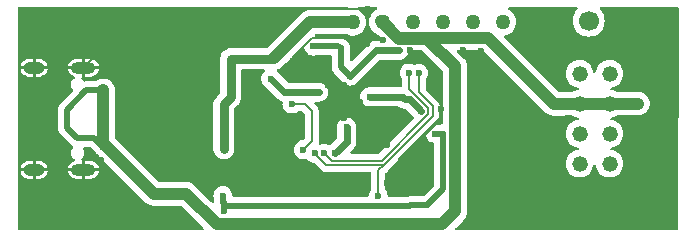
<source format=gbl>
G04 #@! TF.GenerationSoftware,KiCad,Pcbnew,8.0.4*
G04 #@! TF.CreationDate,2024-10-03T21:35:34+02:00*
G04 #@! TF.ProjectId,Midi Stick,4d696469-2053-4746-9963-6b2e6b696361,2.0*
G04 #@! TF.SameCoordinates,Original*
G04 #@! TF.FileFunction,Copper,L2,Bot*
G04 #@! TF.FilePolarity,Positive*
%FSLAX46Y46*%
G04 Gerber Fmt 4.6, Leading zero omitted, Abs format (unit mm)*
G04 Created by KiCad (PCBNEW 8.0.4) date 2024-10-03 21:35:34*
%MOMM*%
%LPD*%
G01*
G04 APERTURE LIST*
G04 #@! TA.AperFunction,ComponentPad*
%ADD10C,1.700000*%
G04 #@! TD*
G04 #@! TA.AperFunction,ComponentPad*
%ADD11C,1.320800*%
G04 #@! TD*
G04 #@! TA.AperFunction,ComponentPad*
%ADD12C,0.600000*%
G04 #@! TD*
G04 #@! TA.AperFunction,ComponentPad*
%ADD13O,2.100000X1.000000*%
G04 #@! TD*
G04 #@! TA.AperFunction,ComponentPad*
%ADD14O,1.800000X1.000000*%
G04 #@! TD*
G04 #@! TA.AperFunction,ViaPad*
%ADD15C,0.600000*%
G04 #@! TD*
G04 #@! TA.AperFunction,ViaPad*
%ADD16C,1.270000*%
G04 #@! TD*
G04 #@! TA.AperFunction,Conductor*
%ADD17C,0.300000*%
G04 #@! TD*
G04 #@! TA.AperFunction,Conductor*
%ADD18C,0.200000*%
G04 #@! TD*
G04 #@! TA.AperFunction,Conductor*
%ADD19C,0.500000*%
G04 #@! TD*
G04 #@! TA.AperFunction,Conductor*
%ADD20C,1.000000*%
G04 #@! TD*
G04 #@! TA.AperFunction,Conductor*
%ADD21C,0.750000*%
G04 #@! TD*
G04 #@! TA.AperFunction,Conductor*
%ADD22C,0.175000*%
G04 #@! TD*
G04 #@! TA.AperFunction,Conductor*
%ADD23C,0.600000*%
G04 #@! TD*
G04 APERTURE END LIST*
D10*
X124782600Y-55402600D03*
D11*
X124010100Y-59892485D03*
X124010100Y-62432485D03*
X124010100Y-64972485D03*
X124010100Y-67512485D03*
X126550100Y-67512485D03*
X126550100Y-64972485D03*
X126550100Y-62432485D03*
X126550100Y-59892485D03*
D12*
X102707600Y-63627600D03*
X104082600Y-63627600D03*
X105457600Y-63627600D03*
X102707600Y-62252600D03*
X104082600Y-62252600D03*
X105457600Y-62252600D03*
X102707600Y-60877600D03*
X104082600Y-60877600D03*
X105457600Y-60877600D03*
D13*
X82007600Y-59376714D03*
D14*
X77827600Y-59376714D03*
D13*
X82007600Y-68016714D03*
D14*
X77827600Y-68016714D03*
D15*
X118982600Y-56727600D03*
X116832600Y-71227600D03*
X130957600Y-65627600D03*
X99407600Y-70027600D03*
X121457600Y-65752600D03*
X121732600Y-57502600D03*
X105232600Y-57402600D03*
X79157600Y-65377600D03*
X114932600Y-65702600D03*
X77332600Y-69902600D03*
X115932600Y-61177600D03*
X112307600Y-62877600D03*
X118332600Y-65527600D03*
X89457600Y-60902600D03*
X128882600Y-64602600D03*
X77257600Y-63802600D03*
X109687600Y-57927600D03*
X99732600Y-58852600D03*
X122657600Y-60777600D03*
X112032600Y-59827600D03*
X97757600Y-70002600D03*
D16*
X120042600Y-55502600D03*
D15*
X90157600Y-71377600D03*
X95657600Y-60627600D03*
X118907600Y-54552600D03*
X89332600Y-72152600D03*
X83532600Y-67202600D03*
X77532600Y-61252600D03*
X109557600Y-58827600D03*
X90332600Y-66752600D03*
X80032600Y-71352600D03*
X118382600Y-67327600D03*
X108857600Y-64077600D03*
X97757600Y-68277600D03*
X110332600Y-58202600D03*
X77532600Y-62577600D03*
X115507600Y-63027600D03*
X88432600Y-66752600D03*
X106082600Y-54377600D03*
X127757600Y-57127600D03*
X122407600Y-55527600D03*
X129207600Y-67677600D03*
X80707600Y-60102600D03*
X108732600Y-60452600D03*
X115682600Y-57952600D03*
X107357600Y-57077600D03*
X88207600Y-71427600D03*
X129182600Y-70877600D03*
X89407600Y-65002600D03*
X129132600Y-59227600D03*
X96882600Y-56552600D03*
X96157600Y-59827600D03*
X95507600Y-64252600D03*
X84882600Y-60427600D03*
X90132600Y-62327600D03*
X84582600Y-68802600D03*
X83682600Y-59952600D03*
X76957600Y-56202600D03*
X126232599Y-54540947D03*
X80357600Y-68952600D03*
X111385759Y-67390100D03*
X92182600Y-65202600D03*
X82682600Y-70677600D03*
X131332600Y-69252600D03*
X79282600Y-56177600D03*
X108082600Y-68402600D03*
X115557600Y-68677600D03*
X107732600Y-69177600D03*
X118832600Y-71202600D03*
X88732600Y-62327600D03*
X126882600Y-69602600D03*
X80732600Y-67077600D03*
X105982600Y-57402600D03*
X86157600Y-54902600D03*
X101057600Y-70077600D03*
X114107600Y-57877600D03*
X97257600Y-66677600D03*
X77132600Y-72477600D03*
X110082600Y-68302600D03*
X111432600Y-65952600D03*
X78407600Y-66227600D03*
X99407600Y-68277600D03*
X80182600Y-67902600D03*
X108782600Y-67877600D03*
X112032600Y-60527600D03*
X85132600Y-63692600D03*
X92707600Y-60877600D03*
X121057600Y-68127600D03*
X109382600Y-63602600D03*
X81432600Y-69177600D03*
X96457600Y-63302600D03*
X98082600Y-56602600D03*
X85782600Y-63692600D03*
X123382600Y-69527600D03*
X87307600Y-55927600D03*
X107707600Y-65902600D03*
X130982600Y-57302600D03*
X101457600Y-68252600D03*
X117207600Y-62652600D03*
X131032600Y-60577600D03*
X121632600Y-54602600D03*
X121432600Y-64077600D03*
X83682600Y-61302600D03*
D16*
X107332600Y-55502600D03*
D15*
X128132600Y-62427600D03*
X121837485Y-62432485D03*
X122707600Y-62432485D03*
X83682600Y-66102600D03*
X128932600Y-62427600D03*
X93882600Y-71552600D03*
X100632600Y-66327600D03*
X93882600Y-70877600D03*
X94397600Y-61967600D03*
X94457600Y-59952600D03*
X111107600Y-71002600D03*
X93882600Y-65602600D03*
X93807600Y-70227600D03*
X93882600Y-66252600D03*
X98102600Y-58577600D03*
X111782600Y-64977600D03*
X93882600Y-64952600D03*
X112482603Y-64977600D03*
D16*
X104807600Y-55527600D03*
D15*
X99657600Y-62452600D03*
X101482600Y-57552600D03*
X104570370Y-60103100D03*
X110620100Y-63065100D03*
X108727600Y-57927600D03*
X103307600Y-66642600D03*
X103782600Y-57752600D03*
X106232100Y-61852600D03*
X104282600Y-64402100D03*
X97858856Y-60302386D03*
X109273026Y-62068026D03*
X101933100Y-61452600D03*
D16*
X114962600Y-55502600D03*
X117502600Y-55502600D03*
D15*
X106957600Y-70227600D03*
D16*
X109882600Y-55502600D03*
D15*
X101598450Y-66642600D03*
X110382600Y-59852600D03*
X102398295Y-66626736D03*
X109583014Y-59826807D03*
D16*
X112422600Y-55502600D03*
D17*
X112307600Y-63621749D02*
X108782600Y-67146749D01*
D18*
X105332600Y-54402600D02*
X100282600Y-54402600D01*
X105232600Y-57402600D02*
X106032600Y-56602600D01*
X82007600Y-59376714D02*
X87043837Y-54340477D01*
X95820477Y-54340477D02*
X98082600Y-56602600D01*
X104682600Y-56852600D02*
X101334071Y-56852600D01*
D17*
X112307600Y-62877600D02*
X112307600Y-63621749D01*
D18*
X87043837Y-54340477D02*
X95820477Y-54340477D01*
X100282600Y-54402600D02*
X98082600Y-56602600D01*
X105232600Y-57402600D02*
X104682600Y-56852600D01*
D17*
X108782600Y-67146749D02*
X108782600Y-67877600D01*
D18*
X101334071Y-56852600D02*
X99732600Y-58454071D01*
X106032600Y-56602600D02*
X106032600Y-55102600D01*
X106032600Y-55102600D02*
X105332600Y-54402600D01*
X99732600Y-58454071D02*
X99732600Y-58852600D01*
D19*
X82232600Y-61302600D02*
X83682600Y-61302600D01*
X82932600Y-65352600D02*
X81482600Y-65352600D01*
D20*
X113482603Y-59283389D02*
X113482603Y-71552514D01*
X116250600Y-56845600D02*
X121837485Y-62432485D01*
X87968386Y-70052600D02*
X83682600Y-65766814D01*
X121837485Y-62432485D02*
X122707600Y-62432485D01*
D19*
X80582600Y-64452600D02*
X80582600Y-62952600D01*
D20*
X90696814Y-70052600D02*
X87968386Y-70052600D01*
X116250600Y-56845600D02*
X108675600Y-56845600D01*
X107332600Y-55502600D02*
X108757600Y-56927600D01*
X122712485Y-62427600D02*
X122707600Y-62432485D01*
D19*
X83682600Y-66102600D02*
X82932600Y-65352600D01*
X81482600Y-65352600D02*
X80582600Y-64452600D01*
D20*
X128932600Y-62427600D02*
X122712485Y-62427600D01*
X111126814Y-56927600D02*
X113482603Y-59283389D01*
X112382600Y-72652517D02*
X112308927Y-72652517D01*
D19*
X80582600Y-62952600D02*
X82232600Y-61302600D01*
D20*
X93296654Y-72652440D02*
X90696814Y-70052600D01*
X108675600Y-56845600D02*
X107232600Y-55402600D01*
X83682600Y-65766814D02*
X83682600Y-61302600D01*
X112308927Y-72652517D02*
X93296654Y-72652440D01*
X108757600Y-56927600D02*
X111126814Y-56927600D01*
X113482603Y-71552514D02*
X112382600Y-72652517D01*
D21*
X93882600Y-66252600D02*
X93882600Y-65602600D01*
X94457600Y-59952600D02*
X94457600Y-61907600D01*
D20*
X104807600Y-55527600D02*
X101152600Y-55527600D01*
D21*
X94457600Y-58627600D02*
X94457600Y-59952600D01*
X93882600Y-64952600D02*
X93882600Y-62482600D01*
X94457600Y-61907600D02*
X94397600Y-61967600D01*
D19*
X93807600Y-70227600D02*
X93807600Y-70802600D01*
D22*
X101357600Y-63077600D02*
X100732600Y-62452600D01*
D19*
X112457600Y-69652600D02*
X111107600Y-71002600D01*
D22*
X100732600Y-62452600D02*
X99657600Y-62452600D01*
D19*
X93882600Y-70877600D02*
X93882600Y-71552600D01*
X111082600Y-71027600D02*
X111107600Y-71002600D01*
X109657600Y-71027600D02*
X109632600Y-71052600D01*
X93807600Y-70802600D02*
X93882600Y-70877600D01*
X112482603Y-64977600D02*
X112457600Y-65002603D01*
D21*
X98052600Y-58627600D02*
X94457600Y-58627600D01*
X93882600Y-65602600D02*
X93882600Y-64952600D01*
D19*
X109632600Y-71052600D02*
X94057600Y-71052600D01*
D22*
X100632600Y-66327600D02*
X101357600Y-65602600D01*
D20*
X98357207Y-58322993D02*
X98102600Y-58577600D01*
D19*
X109657600Y-71027600D02*
X111082600Y-71027600D01*
D21*
X98102600Y-58577600D02*
X98052600Y-58627600D01*
D22*
X101357600Y-65602600D02*
X101357600Y-63077600D01*
D19*
X94057600Y-71052600D02*
X93882600Y-70877600D01*
X111782600Y-64977600D02*
X112482603Y-64977600D01*
D20*
X101152600Y-55527600D02*
X98357207Y-58322993D01*
D19*
X112457600Y-65002603D02*
X112457600Y-69652600D01*
D21*
X93882600Y-62482600D02*
X94397600Y-61967600D01*
D19*
X104558100Y-60103100D02*
X103782600Y-59327600D01*
D23*
X106745870Y-57927600D02*
X104582600Y-60090870D01*
D19*
X103582600Y-57552600D02*
X103782600Y-57752600D01*
D23*
X108727600Y-57927600D02*
X106745870Y-57927600D01*
X97858856Y-60302386D02*
X99009070Y-61452600D01*
D19*
X103782600Y-59327600D02*
X103782600Y-57752600D01*
D23*
X103307600Y-66642600D02*
X104282600Y-65667600D01*
X109057600Y-61852600D02*
X106232100Y-61852600D01*
X109273026Y-62068026D02*
X109057600Y-61852600D01*
X109273026Y-62068026D02*
X109623026Y-62068026D01*
D19*
X101482600Y-57552600D02*
X103582600Y-57552600D01*
D23*
X104282600Y-65667600D02*
X104282600Y-64402100D01*
X109623026Y-62068026D02*
X110620100Y-63065100D01*
X99009070Y-61452600D02*
X101933100Y-61452600D01*
D19*
X104570370Y-60103100D02*
X104558100Y-60103100D01*
D22*
X110382600Y-61466420D02*
X111582599Y-62666419D01*
X107418780Y-67627600D02*
X111582599Y-63463781D01*
X107418780Y-67627600D02*
X102568308Y-67627600D01*
X110382600Y-59852600D02*
X110382600Y-61466420D01*
X111582599Y-62666419D02*
X111582599Y-63463781D01*
X107418780Y-67627600D02*
X106957600Y-68088780D01*
X102568308Y-67627600D02*
X101598450Y-66657742D01*
X106957600Y-68088780D02*
X106957600Y-70227600D01*
X101598450Y-66657742D02*
X101598450Y-66642600D01*
X109607600Y-61221750D02*
X111207599Y-62821749D01*
X109607600Y-59827600D02*
X109607600Y-61221750D01*
X110857601Y-63652599D02*
X107257600Y-67252600D01*
X107257600Y-67252600D02*
X103024159Y-67252600D01*
X111207599Y-63308451D02*
X110863451Y-63652599D01*
X111207599Y-62821749D02*
X111207599Y-63308451D01*
X110863451Y-63652599D02*
X110857601Y-63652599D01*
X103024159Y-67252600D02*
X102398295Y-66626736D01*
G04 #@! TA.AperFunction,Conductor*
G36*
X123734539Y-54241404D02*
G01*
X123801578Y-54261090D01*
X123847332Y-54313894D01*
X123857275Y-54383053D01*
X123828249Y-54446608D01*
X123822218Y-54453085D01*
X123744105Y-54531197D01*
X123608565Y-54724769D01*
X123608564Y-54724771D01*
X123508698Y-54938935D01*
X123508694Y-54938944D01*
X123447538Y-55167186D01*
X123447536Y-55167196D01*
X123426941Y-55402599D01*
X123426941Y-55402600D01*
X123447536Y-55638003D01*
X123447538Y-55638013D01*
X123508694Y-55866255D01*
X123508696Y-55866259D01*
X123508697Y-55866263D01*
X123608565Y-56080430D01*
X123608567Y-56080434D01*
X123641821Y-56127925D01*
X123744105Y-56274001D01*
X123911199Y-56441095D01*
X124007984Y-56508865D01*
X124104765Y-56576632D01*
X124104767Y-56576633D01*
X124104770Y-56576635D01*
X124318937Y-56676503D01*
X124547192Y-56737663D01*
X124735518Y-56754139D01*
X124782599Y-56758259D01*
X124782600Y-56758259D01*
X124782601Y-56758259D01*
X124821834Y-56754826D01*
X125018008Y-56737663D01*
X125246263Y-56676503D01*
X125460430Y-56576635D01*
X125654001Y-56441095D01*
X125821095Y-56274001D01*
X125956635Y-56080430D01*
X126056503Y-55866263D01*
X126117663Y-55638008D01*
X126138259Y-55402600D01*
X126117663Y-55167192D01*
X126056503Y-54938937D01*
X125956635Y-54724771D01*
X125897955Y-54640966D01*
X125821094Y-54531197D01*
X125743017Y-54453120D01*
X125709532Y-54391797D01*
X125714516Y-54322105D01*
X125756388Y-54266172D01*
X125821852Y-54241755D01*
X125830674Y-54241439D01*
X132265384Y-54241547D01*
X132332420Y-54261233D01*
X132378174Y-54314037D01*
X132389379Y-54365594D01*
X132382334Y-73028143D01*
X132362624Y-73095175D01*
X132309803Y-73140910D01*
X132258334Y-73152096D01*
X113597376Y-73152021D01*
X113530336Y-73132336D01*
X113484581Y-73079532D01*
X113474638Y-73010373D01*
X113503663Y-72946818D01*
X113509681Y-72940354D01*
X114120381Y-72329655D01*
X114120385Y-72329653D01*
X114259742Y-72190296D01*
X114369235Y-72026428D01*
X114431800Y-71875381D01*
X114444654Y-71844350D01*
X114468542Y-71724258D01*
X114482912Y-71652015D01*
X114483103Y-71651057D01*
X114483103Y-59184845D01*
X114461670Y-59077100D01*
X114444654Y-58991553D01*
X114399679Y-58882974D01*
X114385540Y-58848838D01*
X114369238Y-58809481D01*
X114369236Y-58809477D01*
X114369235Y-58809475D01*
X114287022Y-58686435D01*
X114259743Y-58645608D01*
X113671916Y-58057781D01*
X113638431Y-57996458D01*
X113643415Y-57926766D01*
X113685287Y-57870833D01*
X113750751Y-57846416D01*
X113759597Y-57846100D01*
X115784818Y-57846100D01*
X115851857Y-57865785D01*
X115872499Y-57882419D01*
X121199700Y-63209622D01*
X121199704Y-63209625D01*
X121363564Y-63319113D01*
X121363570Y-63319116D01*
X121363571Y-63319117D01*
X121545650Y-63394537D01*
X121714382Y-63428100D01*
X121738940Y-63432985D01*
X121738943Y-63432986D01*
X121738945Y-63432986D01*
X121942140Y-63432986D01*
X121942160Y-63432985D01*
X122806141Y-63432985D01*
X122818720Y-63430482D01*
X122842912Y-63428100D01*
X123377570Y-63428100D01*
X123442848Y-63446673D01*
X123490426Y-63476132D01*
X123691044Y-63553852D01*
X123834115Y-63580596D01*
X123896395Y-63612264D01*
X123931668Y-63672577D01*
X123928734Y-63742385D01*
X123888525Y-63799525D01*
X123834115Y-63824373D01*
X123691044Y-63851118D01*
X123565291Y-63899835D01*
X123490428Y-63928837D01*
X123490427Y-63928837D01*
X123307502Y-64042099D01*
X123148514Y-64187035D01*
X123148507Y-64187043D01*
X123018860Y-64358724D01*
X123018851Y-64358738D01*
X122922960Y-64551312D01*
X122922955Y-64551325D01*
X122864077Y-64758256D01*
X122844227Y-64972484D01*
X122844227Y-64972485D01*
X122864077Y-65186713D01*
X122922955Y-65393644D01*
X122922960Y-65393657D01*
X123018851Y-65586231D01*
X123018853Y-65586234D01*
X123018855Y-65586238D01*
X123148509Y-65757929D01*
X123148512Y-65757931D01*
X123148514Y-65757934D01*
X123307502Y-65902870D01*
X123307504Y-65902871D01*
X123307505Y-65902872D01*
X123490426Y-66016132D01*
X123691044Y-66093852D01*
X123834115Y-66120596D01*
X123896395Y-66152264D01*
X123931668Y-66212577D01*
X123928734Y-66282385D01*
X123888525Y-66339525D01*
X123834115Y-66364373D01*
X123691044Y-66391118D01*
X123564175Y-66440267D01*
X123490428Y-66468837D01*
X123490427Y-66468837D01*
X123307502Y-66582099D01*
X123148514Y-66727035D01*
X123148507Y-66727043D01*
X123018860Y-66898724D01*
X123018851Y-66898738D01*
X122922960Y-67091312D01*
X122922955Y-67091325D01*
X122864077Y-67298256D01*
X122844227Y-67512484D01*
X122844227Y-67512485D01*
X122864077Y-67726713D01*
X122922955Y-67933644D01*
X122922960Y-67933657D01*
X123018851Y-68126231D01*
X123018853Y-68126234D01*
X123018855Y-68126238D01*
X123018858Y-68126242D01*
X123018860Y-68126245D01*
X123075251Y-68200919D01*
X123148509Y-68297929D01*
X123148512Y-68297931D01*
X123148514Y-68297934D01*
X123307502Y-68442870D01*
X123307504Y-68442871D01*
X123307505Y-68442872D01*
X123490426Y-68556132D01*
X123691044Y-68633852D01*
X123902527Y-68673385D01*
X123902529Y-68673385D01*
X124117671Y-68673385D01*
X124117673Y-68673385D01*
X124329156Y-68633852D01*
X124529774Y-68556132D01*
X124712695Y-68442872D01*
X124871691Y-68297929D01*
X125001345Y-68126238D01*
X125097244Y-67933647D01*
X125156122Y-67726714D01*
X125156629Y-67721243D01*
X125182415Y-67656305D01*
X125239215Y-67615617D01*
X125308996Y-67612097D01*
X125369603Y-67646862D01*
X125401793Y-67708874D01*
X125403571Y-67721243D01*
X125404077Y-67726712D01*
X125462955Y-67933644D01*
X125462960Y-67933657D01*
X125558851Y-68126231D01*
X125558853Y-68126234D01*
X125558855Y-68126238D01*
X125558858Y-68126242D01*
X125558860Y-68126245D01*
X125615251Y-68200919D01*
X125688509Y-68297929D01*
X125688512Y-68297931D01*
X125688514Y-68297934D01*
X125847502Y-68442870D01*
X125847504Y-68442871D01*
X125847505Y-68442872D01*
X126030426Y-68556132D01*
X126231044Y-68633852D01*
X126442527Y-68673385D01*
X126442529Y-68673385D01*
X126657671Y-68673385D01*
X126657673Y-68673385D01*
X126869156Y-68633852D01*
X127069774Y-68556132D01*
X127252695Y-68442872D01*
X127411691Y-68297929D01*
X127541345Y-68126238D01*
X127637244Y-67933647D01*
X127696122Y-67726714D01*
X127715973Y-67512485D01*
X127696122Y-67298256D01*
X127637244Y-67091323D01*
X127618746Y-67054175D01*
X127541348Y-66898738D01*
X127541347Y-66898737D01*
X127541345Y-66898732D01*
X127411691Y-66727041D01*
X127411687Y-66727037D01*
X127411685Y-66727035D01*
X127252697Y-66582099D01*
X127212911Y-66557464D01*
X127069774Y-66468838D01*
X126869156Y-66391118D01*
X126726083Y-66364373D01*
X126663804Y-66332706D01*
X126628531Y-66272393D01*
X126631465Y-66202585D01*
X126671674Y-66145445D01*
X126726082Y-66120596D01*
X126869156Y-66093852D01*
X127069774Y-66016132D01*
X127252695Y-65902872D01*
X127411691Y-65757929D01*
X127541345Y-65586238D01*
X127637244Y-65393647D01*
X127696122Y-65186714D01*
X127715973Y-64972485D01*
X127696122Y-64758256D01*
X127637244Y-64551323D01*
X127600783Y-64478100D01*
X127541348Y-64358738D01*
X127541347Y-64358737D01*
X127541345Y-64358732D01*
X127411691Y-64187041D01*
X127411687Y-64187037D01*
X127411685Y-64187035D01*
X127252697Y-64042099D01*
X127212911Y-64017464D01*
X127069774Y-63928838D01*
X126869156Y-63851118D01*
X126726083Y-63824373D01*
X126663804Y-63792706D01*
X126628531Y-63732393D01*
X126631465Y-63662585D01*
X126671674Y-63605445D01*
X126726082Y-63580596D01*
X126869156Y-63553852D01*
X127069774Y-63476132D01*
X127117352Y-63446673D01*
X127182630Y-63428100D01*
X129031143Y-63428100D01*
X129161182Y-63402232D01*
X129224435Y-63389651D01*
X129365255Y-63331321D01*
X129406507Y-63314235D01*
X129406507Y-63314234D01*
X129406514Y-63314232D01*
X129570382Y-63204739D01*
X129709739Y-63065382D01*
X129819232Y-62901514D01*
X129820365Y-62898780D01*
X129866533Y-62787319D01*
X129894651Y-62719435D01*
X129913965Y-62622337D01*
X129933100Y-62526143D01*
X129933100Y-62329056D01*
X129894652Y-62135770D01*
X129894651Y-62135769D01*
X129894651Y-62135765D01*
X129869229Y-62074390D01*
X129819235Y-61953692D01*
X129819228Y-61953679D01*
X129709739Y-61789818D01*
X129709736Y-61789814D01*
X129570385Y-61650463D01*
X129570381Y-61650460D01*
X129406520Y-61540971D01*
X129406507Y-61540964D01*
X129224439Y-61465550D01*
X129224429Y-61465547D01*
X129031143Y-61427100D01*
X129031141Y-61427100D01*
X127166851Y-61427100D01*
X127101573Y-61408527D01*
X127069775Y-61388838D01*
X127069773Y-61388837D01*
X126981191Y-61354520D01*
X126869156Y-61311118D01*
X126726083Y-61284373D01*
X126663804Y-61252706D01*
X126628531Y-61192393D01*
X126631465Y-61122585D01*
X126671674Y-61065445D01*
X126726082Y-61040596D01*
X126869156Y-61013852D01*
X127069774Y-60936132D01*
X127252695Y-60822872D01*
X127411691Y-60677929D01*
X127541345Y-60506238D01*
X127637244Y-60313647D01*
X127696122Y-60106714D01*
X127715973Y-59892485D01*
X127712277Y-59852603D01*
X127696122Y-59678256D01*
X127662492Y-59560061D01*
X127637244Y-59471323D01*
X127633714Y-59464234D01*
X127541348Y-59278738D01*
X127541347Y-59278737D01*
X127541345Y-59278732D01*
X127411691Y-59107041D01*
X127411687Y-59107037D01*
X127411685Y-59107035D01*
X127252697Y-58962099D01*
X127146051Y-58896067D01*
X127069774Y-58848838D01*
X126869156Y-58771118D01*
X126657673Y-58731585D01*
X126442527Y-58731585D01*
X126231044Y-58771118D01*
X126132018Y-58809481D01*
X126030428Y-58848837D01*
X126030427Y-58848837D01*
X125847502Y-58962099D01*
X125688514Y-59107035D01*
X125688507Y-59107043D01*
X125558860Y-59278724D01*
X125558851Y-59278738D01*
X125462960Y-59471312D01*
X125462955Y-59471325D01*
X125404078Y-59678256D01*
X125403571Y-59683728D01*
X125377785Y-59748665D01*
X125320984Y-59789352D01*
X125251203Y-59792872D01*
X125190597Y-59758107D01*
X125158407Y-59696094D01*
X125156629Y-59683728D01*
X125156570Y-59683093D01*
X125156122Y-59678256D01*
X125097244Y-59471323D01*
X125093714Y-59464234D01*
X125001348Y-59278738D01*
X125001347Y-59278737D01*
X125001345Y-59278732D01*
X124871691Y-59107041D01*
X124871687Y-59107037D01*
X124871685Y-59107035D01*
X124712697Y-58962099D01*
X124606051Y-58896067D01*
X124529774Y-58848838D01*
X124329156Y-58771118D01*
X124117673Y-58731585D01*
X123902527Y-58731585D01*
X123691044Y-58771118D01*
X123592018Y-58809481D01*
X123490428Y-58848837D01*
X123490427Y-58848837D01*
X123307502Y-58962099D01*
X123148514Y-59107035D01*
X123148507Y-59107043D01*
X123018860Y-59278724D01*
X123018851Y-59278738D01*
X122922960Y-59471312D01*
X122922955Y-59471325D01*
X122864077Y-59678256D01*
X122844227Y-59892484D01*
X122844227Y-59892485D01*
X122864077Y-60106713D01*
X122922955Y-60313644D01*
X122922960Y-60313657D01*
X123018851Y-60506231D01*
X123018853Y-60506234D01*
X123018855Y-60506238D01*
X123018858Y-60506242D01*
X123018860Y-60506245D01*
X123052858Y-60551266D01*
X123148509Y-60677929D01*
X123148512Y-60677931D01*
X123148514Y-60677934D01*
X123307502Y-60822870D01*
X123307504Y-60822871D01*
X123307505Y-60822872D01*
X123490426Y-60936132D01*
X123691044Y-61013852D01*
X123834115Y-61040596D01*
X123896395Y-61072264D01*
X123931668Y-61132577D01*
X123928734Y-61202385D01*
X123888525Y-61259525D01*
X123834115Y-61284373D01*
X123691044Y-61311118D01*
X123657041Y-61324291D01*
X123490426Y-61388837D01*
X123490424Y-61388838D01*
X123458627Y-61408527D01*
X123393349Y-61427100D01*
X122811025Y-61427100D01*
X122613944Y-61427100D01*
X122601364Y-61429602D01*
X122577173Y-61431985D01*
X122303268Y-61431985D01*
X122236229Y-61412300D01*
X122215587Y-61395666D01*
X119940380Y-59120459D01*
X117647954Y-56828034D01*
X117614470Y-56766712D01*
X117619454Y-56697020D01*
X117661326Y-56641087D01*
X117712847Y-56618467D01*
X117814676Y-56599432D01*
X118010904Y-56523413D01*
X118189823Y-56412631D01*
X118345340Y-56270859D01*
X118472158Y-56102925D01*
X118565959Y-55914547D01*
X118623548Y-55712142D01*
X118642965Y-55502600D01*
X118623548Y-55293058D01*
X118565959Y-55090653D01*
X118472158Y-54902275D01*
X118345340Y-54734341D01*
X118189823Y-54592569D01*
X118189821Y-54592567D01*
X118010907Y-54481788D01*
X118010892Y-54481781D01*
X118008700Y-54480932D01*
X118007804Y-54480243D01*
X118005767Y-54479229D01*
X118005965Y-54478830D01*
X117953301Y-54438357D01*
X117929714Y-54372589D01*
X117945428Y-54304509D01*
X117995455Y-54255733D01*
X118053500Y-54241308D01*
X123734539Y-54241404D01*
G37*
G04 #@! TD.AperFunction*
G04 #@! TA.AperFunction,Conductor*
G36*
X104321832Y-54241077D02*
G01*
X104388870Y-54260763D01*
X104434624Y-54313567D01*
X104444567Y-54382726D01*
X104415541Y-54446281D01*
X104366623Y-54480703D01*
X104299307Y-54506781D01*
X104299293Y-54506788D01*
X104296489Y-54508525D01*
X104294896Y-54508978D01*
X104294170Y-54509340D01*
X104294102Y-54509204D01*
X104231209Y-54527100D01*
X101054054Y-54527100D01*
X101021991Y-54533476D01*
X101021992Y-54533477D01*
X100860770Y-54565546D01*
X100860764Y-54565548D01*
X100678688Y-54640966D01*
X100678679Y-54640971D01*
X100514819Y-54750459D01*
X100514815Y-54750462D01*
X97719428Y-57545851D01*
X97719426Y-57545853D01*
X97549499Y-57715781D01*
X97488176Y-57749266D01*
X97461818Y-57752100D01*
X94371368Y-57752100D01*
X94202233Y-57785743D01*
X94202221Y-57785746D01*
X94042901Y-57851738D01*
X94042888Y-57851745D01*
X93899501Y-57947554D01*
X93899497Y-57947557D01*
X93777557Y-58069497D01*
X93777554Y-58069501D01*
X93681745Y-58212888D01*
X93681738Y-58212901D01*
X93615746Y-58372221D01*
X93615743Y-58372233D01*
X93582100Y-58541366D01*
X93582100Y-61493594D01*
X93562415Y-61560633D01*
X93545781Y-61581275D01*
X93324501Y-61802555D01*
X93274458Y-61852598D01*
X93202553Y-61924502D01*
X93106745Y-62067888D01*
X93106738Y-62067901D01*
X93040746Y-62227221D01*
X93040743Y-62227233D01*
X93007100Y-62396366D01*
X93007100Y-66338833D01*
X93040743Y-66507966D01*
X93040746Y-66507978D01*
X93106738Y-66667298D01*
X93106745Y-66667311D01*
X93202554Y-66810698D01*
X93202557Y-66810702D01*
X93324497Y-66932642D01*
X93324501Y-66932645D01*
X93467888Y-67028454D01*
X93467901Y-67028461D01*
X93627221Y-67094453D01*
X93627226Y-67094455D01*
X93796366Y-67128099D01*
X93796369Y-67128100D01*
X93796371Y-67128100D01*
X93968831Y-67128100D01*
X93968832Y-67128099D01*
X94137974Y-67094455D01*
X94297305Y-67028458D01*
X94440699Y-66932645D01*
X94562645Y-66810699D01*
X94658458Y-66667305D01*
X94659579Y-66664600D01*
X94693752Y-66582098D01*
X94724455Y-66507974D01*
X94758100Y-66338829D01*
X94758100Y-65516371D01*
X94758100Y-64866371D01*
X94758100Y-62896606D01*
X94777785Y-62829567D01*
X94794419Y-62808925D01*
X95077645Y-62525699D01*
X95137645Y-62465699D01*
X95233458Y-62322305D01*
X95299455Y-62162974D01*
X95333100Y-61993829D01*
X95333100Y-61821371D01*
X95333100Y-59866371D01*
X95333100Y-59627100D01*
X95352785Y-59560061D01*
X95405589Y-59514306D01*
X95457100Y-59503100D01*
X97226702Y-59503100D01*
X97293741Y-59522785D01*
X97339496Y-59575589D01*
X97349440Y-59644747D01*
X97320415Y-59708303D01*
X97314383Y-59714781D01*
X97229042Y-59800121D01*
X97229036Y-59800128D01*
X97187948Y-59865518D01*
X97186060Y-59868433D01*
X97149460Y-59923210D01*
X97149456Y-59923218D01*
X97149122Y-59924025D01*
X97139569Y-59942513D01*
X97133068Y-59952860D01*
X97133066Y-59952863D01*
X97111838Y-60013526D01*
X97109360Y-60020017D01*
X97089120Y-60068882D01*
X97089119Y-60068888D01*
X97086406Y-60082526D01*
X97081831Y-60099284D01*
X97073490Y-60123121D01*
X97073488Y-60123128D01*
X97067746Y-60174082D01*
X97066144Y-60184380D01*
X97058356Y-60223538D01*
X97058356Y-60250471D01*
X97057576Y-60264354D01*
X97053291Y-60302386D01*
X97056297Y-60329069D01*
X97057576Y-60340415D01*
X97058356Y-60354300D01*
X97058356Y-60381230D01*
X97066144Y-60420389D01*
X97067746Y-60430689D01*
X97073488Y-60481638D01*
X97073489Y-60481646D01*
X97081832Y-60505490D01*
X97086406Y-60522246D01*
X97089118Y-60535882D01*
X97109365Y-60584763D01*
X97111842Y-60591253D01*
X97132861Y-60651320D01*
X97133068Y-60651910D01*
X97139565Y-60662251D01*
X97149124Y-60680751D01*
X97149459Y-60681559D01*
X97149461Y-60681565D01*
X97186079Y-60736368D01*
X97187970Y-60739286D01*
X97229036Y-60804643D01*
X97229038Y-60804646D01*
X97229040Y-60804648D01*
X97237067Y-60812675D01*
X98387281Y-61962889D01*
X98456244Y-62031852D01*
X98498782Y-62074390D01*
X98629887Y-62161992D01*
X98629889Y-62161992D01*
X98629891Y-62161994D01*
X98765721Y-62218256D01*
X98775573Y-62222337D01*
X98775579Y-62222338D01*
X98775811Y-62222409D01*
X98775920Y-62222480D01*
X98781205Y-62224670D01*
X98780789Y-62225671D01*
X98834250Y-62260707D01*
X98862706Y-62324519D01*
X98863036Y-62354953D01*
X98852035Y-62452595D01*
X98852035Y-62452603D01*
X98872230Y-62631849D01*
X98872231Y-62631854D01*
X98931811Y-62802123D01*
X98975223Y-62871212D01*
X99027784Y-62954862D01*
X99155338Y-63082416D01*
X99308078Y-63178389D01*
X99447423Y-63227148D01*
X99478345Y-63237968D01*
X99478350Y-63237969D01*
X99657596Y-63258165D01*
X99657600Y-63258165D01*
X99657604Y-63258165D01*
X99836849Y-63237969D01*
X99836852Y-63237968D01*
X99836855Y-63237968D01*
X100007122Y-63178389D01*
X100159862Y-63082416D01*
X100165359Y-63076919D01*
X100226682Y-63043434D01*
X100253040Y-63040600D01*
X100437681Y-63040600D01*
X100504720Y-63060285D01*
X100525362Y-63076919D01*
X100733281Y-63284838D01*
X100766766Y-63346161D01*
X100769600Y-63372519D01*
X100769600Y-65307679D01*
X100749915Y-65374718D01*
X100733281Y-65395360D01*
X100633987Y-65494654D01*
X100572664Y-65528139D01*
X100560189Y-65530193D01*
X100453350Y-65542230D01*
X100283078Y-65601810D01*
X100130337Y-65697784D01*
X100002784Y-65825337D01*
X99906811Y-65978076D01*
X99847231Y-66148345D01*
X99847230Y-66148350D01*
X99827035Y-66327596D01*
X99827035Y-66327603D01*
X99847230Y-66506849D01*
X99847231Y-66506854D01*
X99906811Y-66677123D01*
X99989581Y-66808849D01*
X100002784Y-66829862D01*
X100130338Y-66957416D01*
X100220680Y-67014182D01*
X100282420Y-67052976D01*
X100283078Y-67053389D01*
X100370468Y-67083968D01*
X100453345Y-67112968D01*
X100453350Y-67112969D01*
X100632596Y-67133165D01*
X100632600Y-67133165D01*
X100632604Y-67133165D01*
X100811848Y-67112969D01*
X100811848Y-67112968D01*
X100811855Y-67112968D01*
X100831499Y-67106093D01*
X100901275Y-67102531D01*
X100961903Y-67137259D01*
X100968034Y-67144262D01*
X100968634Y-67144862D01*
X101096188Y-67272416D01*
X101248928Y-67368389D01*
X101419195Y-67427968D01*
X101508977Y-67438083D01*
X101573388Y-67465148D01*
X101582773Y-67473622D01*
X102093450Y-67984299D01*
X102093460Y-67984310D01*
X102097790Y-67988640D01*
X102097791Y-67988641D01*
X102207267Y-68098117D01*
X102341348Y-68175529D01*
X102490896Y-68215600D01*
X102490897Y-68215600D01*
X102645719Y-68215600D01*
X106245600Y-68215600D01*
X106312639Y-68235285D01*
X106358394Y-68288089D01*
X106369600Y-68339600D01*
X106369600Y-69632160D01*
X106349915Y-69699199D01*
X106333281Y-69719841D01*
X106327784Y-69725337D01*
X106231811Y-69878076D01*
X106172231Y-70048345D01*
X106172230Y-70048350D01*
X106156048Y-70191983D01*
X106128982Y-70256397D01*
X106071387Y-70295952D01*
X106032828Y-70302100D01*
X94732372Y-70302100D01*
X94665333Y-70282415D01*
X94619578Y-70229611D01*
X94609152Y-70191983D01*
X94592969Y-70048350D01*
X94592968Y-70048345D01*
X94533388Y-69878076D01*
X94437415Y-69725337D01*
X94309862Y-69597784D01*
X94157123Y-69501811D01*
X93986854Y-69442231D01*
X93986849Y-69442230D01*
X93807604Y-69422035D01*
X93807596Y-69422035D01*
X93628350Y-69442230D01*
X93628345Y-69442231D01*
X93458076Y-69501811D01*
X93305337Y-69597784D01*
X93177784Y-69725337D01*
X93081811Y-69878076D01*
X93022231Y-70048345D01*
X93022230Y-70048350D01*
X93002035Y-70227596D01*
X93002035Y-70227603D01*
X93022230Y-70406849D01*
X93022231Y-70406854D01*
X93050142Y-70486617D01*
X93057100Y-70527572D01*
X93057100Y-70698604D01*
X93037415Y-70765643D01*
X92984611Y-70811398D01*
X92915453Y-70821342D01*
X92851897Y-70792317D01*
X92845419Y-70786285D01*
X91478293Y-69419159D01*
X91478273Y-69419137D01*
X91334599Y-69275463D01*
X91334595Y-69275460D01*
X91170734Y-69165971D01*
X91170725Y-69165966D01*
X91087497Y-69131492D01*
X91041979Y-69112638D01*
X91015314Y-69101593D01*
X90988651Y-69090549D01*
X90988647Y-69090548D01*
X90883579Y-69069649D01*
X90854171Y-69063799D01*
X90795357Y-69052100D01*
X90795355Y-69052100D01*
X88434169Y-69052100D01*
X88367130Y-69032415D01*
X88346488Y-69015781D01*
X84719419Y-65388712D01*
X84685934Y-65327389D01*
X84683100Y-65301031D01*
X84683100Y-61204056D01*
X84644652Y-61010770D01*
X84644651Y-61010769D01*
X84644651Y-61010765D01*
X84613737Y-60936132D01*
X84569235Y-60828692D01*
X84569228Y-60828679D01*
X84459739Y-60664818D01*
X84459736Y-60664814D01*
X84320385Y-60525463D01*
X84320381Y-60525460D01*
X84156520Y-60415971D01*
X84156507Y-60415964D01*
X83974439Y-60340550D01*
X83974429Y-60340547D01*
X83781143Y-60302100D01*
X83781141Y-60302100D01*
X83584059Y-60302100D01*
X83584057Y-60302100D01*
X83390770Y-60340547D01*
X83390760Y-60340550D01*
X83208692Y-60415964D01*
X83208679Y-60415971D01*
X83039753Y-60528845D01*
X83038732Y-60527317D01*
X82982345Y-60551266D01*
X82967990Y-60552100D01*
X82158677Y-60552100D01*
X82126036Y-60558593D01*
X82056445Y-60552366D01*
X82001267Y-60509503D01*
X81994458Y-60498976D01*
X81984448Y-60481638D01*
X81968115Y-60453349D01*
X81860965Y-60346199D01*
X81855218Y-60340452D01*
X81856457Y-60339212D01*
X81821115Y-60290797D01*
X81816970Y-60221051D01*
X81850129Y-60161183D01*
X81880600Y-60130712D01*
X81880600Y-59676714D01*
X82134600Y-59676714D01*
X82134600Y-60130714D01*
X82631864Y-60130714D01*
X82631866Y-60130713D01*
X82777526Y-60101739D01*
X82777534Y-60101737D01*
X82914750Y-60044901D01*
X82914759Y-60044896D01*
X83038246Y-59962384D01*
X83038250Y-59962381D01*
X83143267Y-59857364D01*
X83143270Y-59857360D01*
X83225782Y-59733873D01*
X83225787Y-59733864D01*
X83282623Y-59596648D01*
X83282625Y-59596640D01*
X83301110Y-59503714D01*
X82830687Y-59503714D01*
X82837156Y-59492510D01*
X82857600Y-59416210D01*
X82857600Y-59337218D01*
X82837156Y-59260918D01*
X82830687Y-59249714D01*
X83301110Y-59249714D01*
X83301110Y-59249713D01*
X83282625Y-59156787D01*
X83282623Y-59156779D01*
X83225787Y-59019563D01*
X83225782Y-59019554D01*
X83143270Y-58896067D01*
X83143267Y-58896063D01*
X83038250Y-58791046D01*
X83038246Y-58791043D01*
X82914759Y-58708531D01*
X82914750Y-58708526D01*
X82777534Y-58651690D01*
X82777526Y-58651688D01*
X82631865Y-58622714D01*
X82134600Y-58622714D01*
X82134600Y-59076714D01*
X81880600Y-59076714D01*
X81880600Y-58622714D01*
X81383335Y-58622714D01*
X81237673Y-58651688D01*
X81237665Y-58651690D01*
X81100449Y-58708526D01*
X81100440Y-58708531D01*
X80976953Y-58791043D01*
X80976949Y-58791046D01*
X80871932Y-58896063D01*
X80871929Y-58896067D01*
X80789417Y-59019554D01*
X80789412Y-59019563D01*
X80732576Y-59156779D01*
X80732574Y-59156787D01*
X80714089Y-59249713D01*
X80714090Y-59249714D01*
X81184513Y-59249714D01*
X81178044Y-59260918D01*
X81157600Y-59337218D01*
X81157600Y-59416210D01*
X81178044Y-59492510D01*
X81184513Y-59503714D01*
X80714090Y-59503714D01*
X80732574Y-59596640D01*
X80732576Y-59596648D01*
X80789412Y-59733864D01*
X80789417Y-59733873D01*
X80871929Y-59857360D01*
X80871932Y-59857364D01*
X80976949Y-59962381D01*
X80976953Y-59962384D01*
X81100440Y-60044896D01*
X81100452Y-60044903D01*
X81203320Y-60087511D01*
X81257724Y-60131351D01*
X81279789Y-60197645D01*
X81262510Y-60265345D01*
X81217870Y-60309458D01*
X81154238Y-60346197D01*
X81154232Y-60346201D01*
X81047087Y-60453346D01*
X81047085Y-60453349D01*
X80971319Y-60584577D01*
X80945332Y-60681565D01*
X80932100Y-60730948D01*
X80932100Y-60882480D01*
X80933705Y-60888469D01*
X80971319Y-61028850D01*
X80998296Y-61075575D01*
X81047085Y-61160079D01*
X81047087Y-61160081D01*
X81092738Y-61205732D01*
X81126223Y-61267055D01*
X81121239Y-61336747D01*
X81092738Y-61381094D01*
X79999648Y-62474183D01*
X79980935Y-62502190D01*
X79962346Y-62530012D01*
X79917519Y-62597099D01*
X79917512Y-62597111D01*
X79860943Y-62733682D01*
X79860940Y-62733692D01*
X79832100Y-62878679D01*
X79832100Y-62878682D01*
X79832100Y-64526518D01*
X79832100Y-64526520D01*
X79832099Y-64526520D01*
X79860940Y-64671507D01*
X79860943Y-64671517D01*
X79917514Y-64808092D01*
X79917515Y-64808094D01*
X79917516Y-64808095D01*
X79937569Y-64838107D01*
X79950412Y-64857327D01*
X79950413Y-64857330D01*
X79999646Y-64931014D01*
X79999652Y-64931021D01*
X81004180Y-65935548D01*
X81004183Y-65935551D01*
X81082787Y-65988072D01*
X81127592Y-66041684D01*
X81136299Y-66111009D01*
X81106145Y-66174036D01*
X81101579Y-66178854D01*
X81047085Y-66233349D01*
X80971319Y-66364577D01*
X80945913Y-66459397D01*
X80932100Y-66510948D01*
X80932100Y-66662480D01*
X80936023Y-66677122D01*
X80971319Y-66808850D01*
X81009202Y-66874464D01*
X81047085Y-66940079D01*
X81154235Y-67047229D01*
X81217869Y-67083968D01*
X81266084Y-67134535D01*
X81279306Y-67203143D01*
X81253338Y-67268007D01*
X81203321Y-67305916D01*
X81100449Y-67348526D01*
X81100440Y-67348531D01*
X80976953Y-67431043D01*
X80976949Y-67431046D01*
X80871932Y-67536063D01*
X80871929Y-67536067D01*
X80789417Y-67659554D01*
X80789412Y-67659563D01*
X80732576Y-67796779D01*
X80732574Y-67796787D01*
X80714089Y-67889713D01*
X80714090Y-67889714D01*
X81184513Y-67889714D01*
X81178044Y-67900918D01*
X81157600Y-67977218D01*
X81157600Y-68056210D01*
X81178044Y-68132510D01*
X81184513Y-68143714D01*
X80714090Y-68143714D01*
X80732574Y-68236640D01*
X80732576Y-68236648D01*
X80789412Y-68373864D01*
X80789417Y-68373873D01*
X80871929Y-68497360D01*
X80871932Y-68497364D01*
X80976949Y-68602381D01*
X80976953Y-68602384D01*
X81100440Y-68684896D01*
X81100449Y-68684901D01*
X81237665Y-68741737D01*
X81237673Y-68741739D01*
X81383333Y-68770713D01*
X81383336Y-68770714D01*
X81880600Y-68770714D01*
X81880600Y-68316714D01*
X82134600Y-68316714D01*
X82134600Y-68770714D01*
X82631864Y-68770714D01*
X82631866Y-68770713D01*
X82777526Y-68741739D01*
X82777534Y-68741737D01*
X82914750Y-68684901D01*
X82914759Y-68684896D01*
X83038246Y-68602384D01*
X83038250Y-68602381D01*
X83143267Y-68497364D01*
X83143270Y-68497360D01*
X83225782Y-68373873D01*
X83225787Y-68373864D01*
X83282623Y-68236648D01*
X83282625Y-68236640D01*
X83301110Y-68143714D01*
X82830687Y-68143714D01*
X82837156Y-68132510D01*
X82857600Y-68056210D01*
X82857600Y-67977218D01*
X82837156Y-67900918D01*
X82830687Y-67889714D01*
X83301110Y-67889714D01*
X83301110Y-67889713D01*
X83282625Y-67796787D01*
X83282623Y-67796779D01*
X83225787Y-67659563D01*
X83225782Y-67659554D01*
X83143270Y-67536067D01*
X83143267Y-67536063D01*
X83038250Y-67431046D01*
X83038246Y-67431043D01*
X82914759Y-67348531D01*
X82914750Y-67348526D01*
X82777534Y-67291690D01*
X82777526Y-67291688D01*
X82631865Y-67262714D01*
X82134600Y-67262714D01*
X82134600Y-67716714D01*
X81880600Y-67716714D01*
X81880600Y-67262714D01*
X81850129Y-67232243D01*
X81816644Y-67170920D01*
X81821628Y-67101228D01*
X81856417Y-67054175D01*
X81855218Y-67052976D01*
X81879740Y-67028454D01*
X81968115Y-66940079D01*
X82043881Y-66808849D01*
X82083100Y-66662480D01*
X82083100Y-66510948D01*
X82043881Y-66364579D01*
X82000302Y-66289099D01*
X81983830Y-66221201D01*
X82006682Y-66155174D01*
X82061603Y-66111983D01*
X82107690Y-66103100D01*
X82570370Y-66103100D01*
X82637409Y-66122785D01*
X82658051Y-66139419D01*
X82861044Y-66342412D01*
X82876464Y-66361200D01*
X82905461Y-66404596D01*
X82905464Y-66404599D01*
X82905466Y-66404602D01*
X82953394Y-66452529D01*
X82970708Y-66474239D01*
X83052784Y-66604862D01*
X83180338Y-66732416D01*
X83310964Y-66814493D01*
X83332671Y-66831805D01*
X87330601Y-70829737D01*
X87330605Y-70829740D01*
X87494465Y-70939228D01*
X87494471Y-70939231D01*
X87494472Y-70939232D01*
X87676551Y-71014652D01*
X87837775Y-71046721D01*
X87869843Y-71053099D01*
X87869844Y-71053100D01*
X87869845Y-71053100D01*
X87869846Y-71053100D01*
X88066927Y-71053100D01*
X90231032Y-71053100D01*
X90298071Y-71072785D01*
X90318713Y-71089419D01*
X92169547Y-72940253D01*
X92203032Y-73001576D01*
X92198048Y-73071268D01*
X92156176Y-73127201D01*
X92090712Y-73151618D01*
X92081866Y-73151934D01*
X76557100Y-73151872D01*
X76490060Y-73132187D01*
X76444305Y-73079383D01*
X76433100Y-73027872D01*
X76433100Y-68140895D01*
X76436883Y-68128010D01*
X76434879Y-68123916D01*
X76433100Y-68102989D01*
X76433100Y-67930438D01*
X76437826Y-67914341D01*
X76433594Y-67903584D01*
X76433100Y-67892532D01*
X76433100Y-67889713D01*
X76684089Y-67889713D01*
X76684090Y-67889714D01*
X77154513Y-67889714D01*
X77148044Y-67900918D01*
X77127600Y-67977218D01*
X77127600Y-68056210D01*
X77148044Y-68132510D01*
X77154513Y-68143714D01*
X76684090Y-68143714D01*
X76702574Y-68236640D01*
X76702576Y-68236648D01*
X76759412Y-68373864D01*
X76759417Y-68373873D01*
X76841929Y-68497360D01*
X76841932Y-68497364D01*
X76946949Y-68602381D01*
X76946953Y-68602384D01*
X77070440Y-68684896D01*
X77070449Y-68684901D01*
X77207665Y-68741737D01*
X77207673Y-68741739D01*
X77353333Y-68770713D01*
X77353336Y-68770714D01*
X77700600Y-68770714D01*
X77700600Y-68316714D01*
X77954600Y-68316714D01*
X77954600Y-68770714D01*
X78301864Y-68770714D01*
X78301866Y-68770713D01*
X78447526Y-68741739D01*
X78447534Y-68741737D01*
X78584750Y-68684901D01*
X78584759Y-68684896D01*
X78708246Y-68602384D01*
X78708250Y-68602381D01*
X78813267Y-68497364D01*
X78813270Y-68497360D01*
X78895782Y-68373873D01*
X78895787Y-68373864D01*
X78952623Y-68236648D01*
X78952625Y-68236640D01*
X78971110Y-68143714D01*
X78500687Y-68143714D01*
X78507156Y-68132510D01*
X78527600Y-68056210D01*
X78527600Y-67977218D01*
X78507156Y-67900918D01*
X78500687Y-67889714D01*
X78971110Y-67889714D01*
X78971110Y-67889713D01*
X78952625Y-67796787D01*
X78952623Y-67796779D01*
X78895787Y-67659563D01*
X78895782Y-67659554D01*
X78813270Y-67536067D01*
X78813267Y-67536063D01*
X78708250Y-67431046D01*
X78708246Y-67431043D01*
X78584759Y-67348531D01*
X78584750Y-67348526D01*
X78447534Y-67291690D01*
X78447526Y-67291688D01*
X78301865Y-67262714D01*
X77954600Y-67262714D01*
X77954600Y-67716714D01*
X77700600Y-67716714D01*
X77700600Y-67262714D01*
X77353335Y-67262714D01*
X77207673Y-67291688D01*
X77207665Y-67291690D01*
X77070449Y-67348526D01*
X77070440Y-67348531D01*
X76946953Y-67431043D01*
X76946949Y-67431046D01*
X76841932Y-67536063D01*
X76841929Y-67536067D01*
X76759417Y-67659554D01*
X76759412Y-67659563D01*
X76702576Y-67796779D01*
X76702574Y-67796785D01*
X76684089Y-67889713D01*
X76433100Y-67889713D01*
X76433100Y-59500895D01*
X76436883Y-59488010D01*
X76434879Y-59483916D01*
X76433100Y-59462989D01*
X76433100Y-59290438D01*
X76437826Y-59274341D01*
X76433594Y-59263584D01*
X76433100Y-59252532D01*
X76433100Y-59249713D01*
X76684089Y-59249713D01*
X76684090Y-59249714D01*
X77154513Y-59249714D01*
X77148044Y-59260918D01*
X77127600Y-59337218D01*
X77127600Y-59416210D01*
X77148044Y-59492510D01*
X77154513Y-59503714D01*
X76684090Y-59503714D01*
X76702574Y-59596640D01*
X76702576Y-59596648D01*
X76759412Y-59733864D01*
X76759417Y-59733873D01*
X76841929Y-59857360D01*
X76841932Y-59857364D01*
X76946949Y-59962381D01*
X76946953Y-59962384D01*
X77070440Y-60044896D01*
X77070449Y-60044901D01*
X77207665Y-60101737D01*
X77207673Y-60101739D01*
X77353333Y-60130713D01*
X77353336Y-60130714D01*
X77700600Y-60130714D01*
X77700600Y-59676714D01*
X77954600Y-59676714D01*
X77954600Y-60130714D01*
X78301864Y-60130714D01*
X78301866Y-60130713D01*
X78447526Y-60101739D01*
X78447534Y-60101737D01*
X78584750Y-60044901D01*
X78584759Y-60044896D01*
X78708246Y-59962384D01*
X78708250Y-59962381D01*
X78813267Y-59857364D01*
X78813270Y-59857360D01*
X78895782Y-59733873D01*
X78895787Y-59733864D01*
X78952623Y-59596648D01*
X78952625Y-59596640D01*
X78971110Y-59503714D01*
X78500687Y-59503714D01*
X78507156Y-59492510D01*
X78527600Y-59416210D01*
X78527600Y-59337218D01*
X78507156Y-59260918D01*
X78500687Y-59249714D01*
X78971110Y-59249714D01*
X78971110Y-59249713D01*
X78952625Y-59156787D01*
X78952623Y-59156779D01*
X78895787Y-59019563D01*
X78895782Y-59019554D01*
X78813270Y-58896067D01*
X78813267Y-58896063D01*
X78708250Y-58791046D01*
X78708246Y-58791043D01*
X78584759Y-58708531D01*
X78584750Y-58708526D01*
X78447534Y-58651690D01*
X78447526Y-58651688D01*
X78301865Y-58622714D01*
X77954600Y-58622714D01*
X77954600Y-59076714D01*
X77700600Y-59076714D01*
X77700600Y-58622714D01*
X77353335Y-58622714D01*
X77207673Y-58651688D01*
X77207665Y-58651690D01*
X77070449Y-58708526D01*
X77070440Y-58708531D01*
X76946953Y-58791043D01*
X76946949Y-58791046D01*
X76841932Y-58896063D01*
X76841929Y-58896067D01*
X76759417Y-59019554D01*
X76759412Y-59019563D01*
X76702576Y-59156779D01*
X76702574Y-59156785D01*
X76684089Y-59249713D01*
X76433100Y-59249713D01*
X76433100Y-54364610D01*
X76452785Y-54297571D01*
X76505589Y-54251816D01*
X76557101Y-54240610D01*
X104321832Y-54241077D01*
G37*
G04 #@! TD.AperFunction*
G04 #@! TA.AperFunction,Conductor*
G36*
X110918282Y-65062167D02*
G01*
X110974215Y-65104039D01*
X110995838Y-65150753D01*
X110997228Y-65156846D01*
X111056811Y-65327123D01*
X111152784Y-65479862D01*
X111280338Y-65607416D01*
X111370680Y-65664182D01*
X111424157Y-65697784D01*
X111433078Y-65703389D01*
X111556122Y-65746444D01*
X111603345Y-65762968D01*
X111610132Y-65764517D01*
X111609446Y-65767522D01*
X111661249Y-65789197D01*
X111700893Y-65846731D01*
X111707100Y-65885471D01*
X111707100Y-69290369D01*
X111687415Y-69357408D01*
X111670781Y-69378050D01*
X110808050Y-70240781D01*
X110746727Y-70274266D01*
X110720369Y-70277100D01*
X109583680Y-70277100D01*
X109469982Y-70299717D01*
X109445790Y-70302100D01*
X107882372Y-70302100D01*
X107815333Y-70282415D01*
X107769578Y-70229611D01*
X107759152Y-70191983D01*
X107742969Y-70048350D01*
X107742968Y-70048345D01*
X107683388Y-69878076D01*
X107587415Y-69725337D01*
X107581919Y-69719841D01*
X107548434Y-69658518D01*
X107545600Y-69632160D01*
X107545600Y-68383698D01*
X107565285Y-68316659D01*
X107581915Y-68296021D01*
X107769611Y-68108324D01*
X107769616Y-68108321D01*
X107779819Y-68098117D01*
X107779821Y-68098117D01*
X107889297Y-67988641D01*
X107889297Y-67988639D01*
X107899501Y-67978436D01*
X107899505Y-67978431D01*
X110787269Y-65090666D01*
X110848590Y-65057183D01*
X110918282Y-65062167D01*
G37*
G04 #@! TD.AperFunction*
G04 #@! TA.AperFunction,Conductor*
G36*
X100612356Y-57585277D02*
G01*
X100668289Y-57627149D01*
X100692242Y-57687575D01*
X100697230Y-57731850D01*
X100697231Y-57731854D01*
X100756811Y-57902123D01*
X100825611Y-58011617D01*
X100852784Y-58054862D01*
X100980338Y-58182416D01*
X101024184Y-58209966D01*
X101131061Y-58277122D01*
X101133078Y-58278389D01*
X101303345Y-58337968D01*
X101303350Y-58337969D01*
X101482596Y-58358165D01*
X101482600Y-58358165D01*
X101482604Y-58358165D01*
X101661849Y-58337969D01*
X101661852Y-58337968D01*
X101661855Y-58337968D01*
X101741617Y-58310057D01*
X101782572Y-58303100D01*
X102908100Y-58303100D01*
X102975139Y-58322785D01*
X103020894Y-58375589D01*
X103032100Y-58427100D01*
X103032100Y-59401518D01*
X103032100Y-59401520D01*
X103032099Y-59401520D01*
X103060940Y-59546507D01*
X103060943Y-59546517D01*
X103117514Y-59683093D01*
X103126956Y-59697223D01*
X103126957Y-59697226D01*
X103199646Y-59806014D01*
X103199652Y-59806021D01*
X103831870Y-60438237D01*
X103849182Y-60459945D01*
X103940554Y-60605362D01*
X104068108Y-60732916D01*
X104158450Y-60789682D01*
X104220513Y-60828679D01*
X104220848Y-60828889D01*
X104374002Y-60882480D01*
X104391115Y-60888468D01*
X104391120Y-60888469D01*
X104570366Y-60908665D01*
X104570370Y-60908665D01*
X104570374Y-60908665D01*
X104749619Y-60888469D01*
X104749622Y-60888468D01*
X104749625Y-60888468D01*
X104919892Y-60828889D01*
X105072632Y-60732916D01*
X105200186Y-60605362D01*
X107041129Y-58764419D01*
X107102452Y-58730934D01*
X107128810Y-58728100D01*
X108675685Y-58728100D01*
X108689569Y-58728880D01*
X108727598Y-58733165D01*
X108727600Y-58733165D01*
X108727602Y-58733165D01*
X108765631Y-58728880D01*
X108779515Y-58728100D01*
X108806441Y-58728100D01*
X108806442Y-58728100D01*
X108845617Y-58720307D01*
X108855883Y-58718710D01*
X108906855Y-58712968D01*
X108930700Y-58704623D01*
X108947462Y-58700048D01*
X108961097Y-58697337D01*
X109009989Y-58677084D01*
X109016437Y-58674623D01*
X109077122Y-58653389D01*
X109087468Y-58646887D01*
X109105990Y-58637320D01*
X109106779Y-58636994D01*
X109161587Y-58600371D01*
X109164425Y-58598531D01*
X109229862Y-58557416D01*
X109357416Y-58429862D01*
X109398531Y-58364425D01*
X109400377Y-58361579D01*
X109436989Y-58306786D01*
X109436994Y-58306779D01*
X109437320Y-58305990D01*
X109446887Y-58287468D01*
X109453389Y-58277122D01*
X109474623Y-58216437D01*
X109477084Y-58209989D01*
X109497337Y-58161097D01*
X109500048Y-58147462D01*
X109504623Y-58130700D01*
X109512968Y-58106855D01*
X109518710Y-58055883D01*
X109520307Y-58045617D01*
X109523830Y-58027903D01*
X109556218Y-57965995D01*
X109616935Y-57931423D01*
X109645447Y-57928100D01*
X110661032Y-57928100D01*
X110728071Y-57947785D01*
X110748713Y-57964419D01*
X112445784Y-59661490D01*
X112479269Y-59722813D01*
X112482103Y-59749171D01*
X112482103Y-64061277D01*
X112462418Y-64128316D01*
X112409614Y-64174071D01*
X112371987Y-64184497D01*
X112303352Y-64192230D01*
X112223584Y-64220142D01*
X112182631Y-64227100D01*
X112082572Y-64227100D01*
X112041617Y-64220142D01*
X111961846Y-64192228D01*
X111955753Y-64190838D01*
X111894775Y-64156728D01*
X111861920Y-64095065D01*
X111867617Y-64025428D01*
X111895666Y-63982269D01*
X111933430Y-63944506D01*
X111933435Y-63944502D01*
X111943638Y-63934298D01*
X111943640Y-63934298D01*
X112053116Y-63824822D01*
X112130528Y-63690741D01*
X112170599Y-63541193D01*
X112170599Y-62589007D01*
X112130528Y-62439459D01*
X112053116Y-62305378D01*
X111943640Y-62195902D01*
X111943639Y-62195901D01*
X111939309Y-62191571D01*
X111939298Y-62191561D01*
X111006919Y-61259182D01*
X110973434Y-61197859D01*
X110970600Y-61171501D01*
X110970600Y-60448040D01*
X110990285Y-60381001D01*
X111006919Y-60360359D01*
X111008126Y-60359152D01*
X111012416Y-60354862D01*
X111108389Y-60202122D01*
X111167968Y-60031855D01*
X111169302Y-60020017D01*
X111188165Y-59852603D01*
X111188165Y-59852596D01*
X111167969Y-59673350D01*
X111167968Y-59673345D01*
X111148173Y-59616774D01*
X111108389Y-59503078D01*
X111107017Y-59500895D01*
X111044576Y-59401520D01*
X111012416Y-59350338D01*
X110884862Y-59222784D01*
X110836680Y-59192509D01*
X110732123Y-59126811D01*
X110561854Y-59067231D01*
X110561849Y-59067230D01*
X110382604Y-59047035D01*
X110382596Y-59047035D01*
X110203350Y-59067230D01*
X110203342Y-59067232D01*
X110051228Y-59120459D01*
X109981449Y-59124020D01*
X109944304Y-59108412D01*
X109932533Y-59101016D01*
X109762276Y-59041440D01*
X109762263Y-59041437D01*
X109583018Y-59021242D01*
X109583010Y-59021242D01*
X109403764Y-59041437D01*
X109403759Y-59041438D01*
X109233490Y-59101018D01*
X109080751Y-59196991D01*
X108953198Y-59324544D01*
X108857225Y-59477283D01*
X108797645Y-59647552D01*
X108797644Y-59647557D01*
X108777449Y-59826803D01*
X108777449Y-59826810D01*
X108797644Y-60006056D01*
X108797645Y-60006061D01*
X108857225Y-60176330D01*
X108953198Y-60329069D01*
X108983281Y-60359152D01*
X109016766Y-60420475D01*
X109019600Y-60446833D01*
X109019600Y-60928100D01*
X108999915Y-60995139D01*
X108947111Y-61040894D01*
X108895600Y-61052100D01*
X106284015Y-61052100D01*
X106270131Y-61051320D01*
X106232102Y-61047035D01*
X106232098Y-61047035D01*
X106194069Y-61051320D01*
X106180185Y-61052100D01*
X106153252Y-61052100D01*
X106114094Y-61059888D01*
X106103796Y-61061490D01*
X106052842Y-61067232D01*
X106052835Y-61067234D01*
X106028998Y-61075575D01*
X106012240Y-61080150D01*
X105998602Y-61082863D01*
X105998596Y-61082864D01*
X105949731Y-61103104D01*
X105943240Y-61105582D01*
X105882577Y-61126810D01*
X105882574Y-61126812D01*
X105872227Y-61133313D01*
X105853739Y-61142866D01*
X105852932Y-61143200D01*
X105852924Y-61143204D01*
X105852921Y-61143205D01*
X105852921Y-61143206D01*
X105810574Y-61171501D01*
X105798147Y-61179804D01*
X105795232Y-61181692D01*
X105729842Y-61222780D01*
X105729835Y-61222786D01*
X105602286Y-61350335D01*
X105602280Y-61350342D01*
X105561192Y-61415732D01*
X105559304Y-61418647D01*
X105522704Y-61473424D01*
X105522700Y-61473432D01*
X105522366Y-61474239D01*
X105512813Y-61492727D01*
X105506312Y-61503074D01*
X105506310Y-61503077D01*
X105485082Y-61563740D01*
X105482604Y-61570231D01*
X105462364Y-61619096D01*
X105462363Y-61619102D01*
X105459650Y-61632740D01*
X105455075Y-61649498D01*
X105446734Y-61673335D01*
X105446732Y-61673342D01*
X105440990Y-61724296D01*
X105439388Y-61734594D01*
X105431600Y-61773752D01*
X105431600Y-61800685D01*
X105430820Y-61814569D01*
X105426535Y-61852598D01*
X105426535Y-61852601D01*
X105430820Y-61890629D01*
X105431600Y-61904514D01*
X105431600Y-61931444D01*
X105439388Y-61970603D01*
X105440990Y-61980903D01*
X105446732Y-62031852D01*
X105446733Y-62031860D01*
X105455076Y-62055704D01*
X105459650Y-62072460D01*
X105462362Y-62086096D01*
X105482609Y-62134977D01*
X105485086Y-62141467D01*
X105506301Y-62202094D01*
X105506312Y-62202124D01*
X105512809Y-62212465D01*
X105522368Y-62230965D01*
X105522703Y-62231773D01*
X105522705Y-62231779D01*
X105559323Y-62286582D01*
X105561214Y-62289500D01*
X105602280Y-62354857D01*
X105602282Y-62354860D01*
X105602284Y-62354862D01*
X105729838Y-62482416D01*
X105795231Y-62523505D01*
X105798140Y-62525390D01*
X105852921Y-62561994D01*
X105853706Y-62562319D01*
X105872234Y-62571889D01*
X105882578Y-62578389D01*
X105943275Y-62599628D01*
X105949707Y-62602084D01*
X105978121Y-62613853D01*
X105998597Y-62622335D01*
X105998598Y-62622335D01*
X105998603Y-62622337D01*
X106012239Y-62625049D01*
X106028998Y-62629623D01*
X106052845Y-62637968D01*
X106103814Y-62643710D01*
X106114092Y-62645309D01*
X106141240Y-62650709D01*
X106153257Y-62653100D01*
X106153258Y-62653100D01*
X106180185Y-62653100D01*
X106194069Y-62653880D01*
X106232098Y-62658165D01*
X106232100Y-62658165D01*
X106232102Y-62658165D01*
X106270131Y-62653880D01*
X106284015Y-62653100D01*
X108674660Y-62653100D01*
X108741699Y-62672785D01*
X108762341Y-62689419D01*
X108770764Y-62697842D01*
X108827803Y-62733682D01*
X108836157Y-62738931D01*
X108839066Y-62740816D01*
X108893847Y-62777420D01*
X108894632Y-62777745D01*
X108913160Y-62787315D01*
X108923504Y-62793815D01*
X108966687Y-62808925D01*
X108984166Y-62815041D01*
X108990634Y-62817509D01*
X109039528Y-62837763D01*
X109053163Y-62840475D01*
X109069923Y-62845050D01*
X109087213Y-62851099D01*
X109093771Y-62853394D01*
X109144749Y-62859137D01*
X109155002Y-62860732D01*
X109194183Y-62868526D01*
X109194184Y-62868526D01*
X109221112Y-62868526D01*
X109234994Y-62869306D01*
X109243360Y-62870248D01*
X109256377Y-62871715D01*
X109320791Y-62898780D01*
X109330176Y-62907254D01*
X109963101Y-63540179D01*
X109996586Y-63601502D01*
X109991602Y-63671194D01*
X109963101Y-63715541D01*
X107050362Y-66628281D01*
X106989039Y-66661766D01*
X106962681Y-66664600D01*
X104717040Y-66664600D01*
X104650001Y-66644915D01*
X104604246Y-66592111D01*
X104594302Y-66522953D01*
X104623327Y-66459397D01*
X104629359Y-66452919D01*
X104904387Y-66177891D01*
X104904389Y-66177889D01*
X104922670Y-66150529D01*
X104991994Y-66046779D01*
X105052337Y-65901097D01*
X105073550Y-65794455D01*
X105083100Y-65746443D01*
X105083100Y-65588758D01*
X105083100Y-64454014D01*
X105083880Y-64440129D01*
X105088165Y-64402101D01*
X105088165Y-64402098D01*
X105083880Y-64364069D01*
X105083100Y-64350185D01*
X105083100Y-64323257D01*
X105075311Y-64284103D01*
X105073710Y-64273814D01*
X105067968Y-64222845D01*
X105059623Y-64198998D01*
X105055049Y-64182239D01*
X105052337Y-64168603D01*
X105052334Y-64168596D01*
X105041207Y-64141732D01*
X105032084Y-64119707D01*
X105029628Y-64113275D01*
X105008389Y-64052578D01*
X105001889Y-64042234D01*
X104992319Y-64023706D01*
X104991994Y-64022921D01*
X104955390Y-63968140D01*
X104953505Y-63965231D01*
X104934069Y-63934299D01*
X104912416Y-63899838D01*
X104784862Y-63772284D01*
X104784860Y-63772282D01*
X104784857Y-63772280D01*
X104726672Y-63735720D01*
X104719494Y-63731210D01*
X104716582Y-63729323D01*
X104661779Y-63692705D01*
X104661773Y-63692703D01*
X104660965Y-63692368D01*
X104642465Y-63682809D01*
X104632124Y-63676312D01*
X104632123Y-63676311D01*
X104632122Y-63676311D01*
X104571467Y-63655086D01*
X104564977Y-63652609D01*
X104516096Y-63632362D01*
X104502460Y-63629650D01*
X104485704Y-63625076D01*
X104461860Y-63616733D01*
X104461856Y-63616732D01*
X104461855Y-63616732D01*
X104441175Y-63614401D01*
X104410903Y-63610990D01*
X104400603Y-63609388D01*
X104361444Y-63601600D01*
X104361442Y-63601600D01*
X104334515Y-63601600D01*
X104320631Y-63600820D01*
X104282602Y-63596535D01*
X104282598Y-63596535D01*
X104244569Y-63600820D01*
X104230685Y-63601600D01*
X104203752Y-63601600D01*
X104164594Y-63609388D01*
X104154296Y-63610990D01*
X104103342Y-63616732D01*
X104103335Y-63616734D01*
X104079498Y-63625075D01*
X104062740Y-63629650D01*
X104049102Y-63632363D01*
X104049096Y-63632364D01*
X104000231Y-63652604D01*
X103993740Y-63655082D01*
X103933077Y-63676310D01*
X103933074Y-63676312D01*
X103922727Y-63682813D01*
X103904239Y-63692366D01*
X103903432Y-63692700D01*
X103903424Y-63692704D01*
X103848647Y-63729304D01*
X103845732Y-63731192D01*
X103780342Y-63772280D01*
X103780335Y-63772286D01*
X103652786Y-63899835D01*
X103652780Y-63899842D01*
X103611692Y-63965232D01*
X103609809Y-63968138D01*
X103573208Y-64022918D01*
X103573204Y-64022924D01*
X103573200Y-64022932D01*
X103572866Y-64023739D01*
X103563313Y-64042227D01*
X103556812Y-64052574D01*
X103556810Y-64052577D01*
X103535582Y-64113240D01*
X103533104Y-64119731D01*
X103512864Y-64168596D01*
X103512863Y-64168602D01*
X103510150Y-64182240D01*
X103505575Y-64198998D01*
X103497234Y-64222835D01*
X103497232Y-64222842D01*
X103491490Y-64273796D01*
X103489888Y-64284094D01*
X103482100Y-64323252D01*
X103482100Y-64350185D01*
X103481320Y-64364069D01*
X103477035Y-64402098D01*
X103477035Y-64402101D01*
X103481320Y-64440129D01*
X103482100Y-64454014D01*
X103482100Y-65284659D01*
X103462415Y-65351698D01*
X103445781Y-65372340D01*
X102921746Y-65896374D01*
X102860423Y-65929859D01*
X102790731Y-65924875D01*
X102768095Y-65913688D01*
X102747814Y-65900945D01*
X102577557Y-65841369D01*
X102577544Y-65841366D01*
X102398299Y-65821171D01*
X102398291Y-65821171D01*
X102219045Y-65841366D01*
X102219040Y-65841367D01*
X102091055Y-65886152D01*
X102021276Y-65889713D01*
X101960649Y-65854984D01*
X101928421Y-65792991D01*
X101930324Y-65737019D01*
X101945600Y-65680012D01*
X101945600Y-63000188D01*
X101905529Y-62850640D01*
X101828117Y-62716559D01*
X101718641Y-62607083D01*
X101718640Y-62607082D01*
X101576339Y-62464781D01*
X101542854Y-62403458D01*
X101547838Y-62333766D01*
X101589710Y-62277833D01*
X101655174Y-62253416D01*
X101664020Y-62253100D01*
X101881185Y-62253100D01*
X101895069Y-62253880D01*
X101933098Y-62258165D01*
X101933100Y-62258165D01*
X101933102Y-62258165D01*
X101971131Y-62253880D01*
X101985015Y-62253100D01*
X102011941Y-62253100D01*
X102011942Y-62253100D01*
X102051117Y-62245307D01*
X102061383Y-62243710D01*
X102112355Y-62237968D01*
X102136200Y-62229623D01*
X102152962Y-62225048D01*
X102166597Y-62222337D01*
X102215489Y-62202084D01*
X102221937Y-62199623D01*
X102282622Y-62178389D01*
X102292968Y-62171887D01*
X102311490Y-62162320D01*
X102312279Y-62161994D01*
X102367087Y-62125371D01*
X102369925Y-62123531D01*
X102435362Y-62082416D01*
X102562916Y-61954862D01*
X102604031Y-61889425D01*
X102605877Y-61886579D01*
X102628581Y-61852601D01*
X102642494Y-61831779D01*
X102642820Y-61830990D01*
X102652387Y-61812468D01*
X102658889Y-61802122D01*
X102680123Y-61741437D01*
X102682584Y-61734989D01*
X102702837Y-61686097D01*
X102705548Y-61672462D01*
X102710123Y-61655700D01*
X102718468Y-61631855D01*
X102724210Y-61580883D01*
X102725807Y-61570617D01*
X102733600Y-61531442D01*
X102733600Y-61504514D01*
X102734380Y-61490629D01*
X102735141Y-61483880D01*
X102738665Y-61452600D01*
X102734379Y-61414568D01*
X102733600Y-61400685D01*
X102733600Y-61373757D01*
X102725811Y-61334603D01*
X102724210Y-61324314D01*
X102718468Y-61273345D01*
X102710123Y-61249498D01*
X102705549Y-61232739D01*
X102702837Y-61219103D01*
X102696604Y-61204056D01*
X102694038Y-61197859D01*
X102682584Y-61170207D01*
X102680128Y-61163775D01*
X102658889Y-61103078D01*
X102652389Y-61092734D01*
X102642819Y-61074206D01*
X102642494Y-61073421D01*
X102605890Y-61018640D01*
X102604005Y-61015731D01*
X102562916Y-60950338D01*
X102435362Y-60822784D01*
X102435360Y-60822782D01*
X102435357Y-60822780D01*
X102370000Y-60781714D01*
X102367082Y-60779823D01*
X102312279Y-60743205D01*
X102312273Y-60743203D01*
X102311465Y-60742868D01*
X102292965Y-60733309D01*
X102282624Y-60726812D01*
X102282623Y-60726811D01*
X102282622Y-60726811D01*
X102221967Y-60705586D01*
X102215477Y-60703109D01*
X102166596Y-60682862D01*
X102152960Y-60680150D01*
X102136204Y-60675576D01*
X102112360Y-60667233D01*
X102112356Y-60667232D01*
X102112355Y-60667232D01*
X102090897Y-60664814D01*
X102061403Y-60661490D01*
X102051103Y-60659888D01*
X102011944Y-60652100D01*
X102011942Y-60652100D01*
X101985015Y-60652100D01*
X101971131Y-60651320D01*
X101933102Y-60647035D01*
X101933098Y-60647035D01*
X101895069Y-60651320D01*
X101881185Y-60652100D01*
X99392010Y-60652100D01*
X99324971Y-60632415D01*
X99304329Y-60615781D01*
X98408112Y-59719564D01*
X98374627Y-59658241D01*
X98379611Y-59588549D01*
X98421483Y-59532616D01*
X98448337Y-59517324D01*
X98576514Y-59464231D01*
X98740381Y-59354739D01*
X99134347Y-58960774D01*
X99134347Y-58960772D01*
X99144551Y-58950569D01*
X99144554Y-58950564D01*
X100481342Y-57613776D01*
X100542664Y-57580293D01*
X100612356Y-57585277D01*
G37*
G04 #@! TD.AperFunction*
G04 #@! TA.AperFunction,Conductor*
G36*
X106782194Y-54241118D02*
G01*
X106849231Y-54260804D01*
X106894985Y-54313608D01*
X106904928Y-54382767D01*
X106875902Y-54446322D01*
X106829350Y-54479083D01*
X106829425Y-54479233D01*
X106828441Y-54479722D01*
X106826996Y-54480740D01*
X106824299Y-54481784D01*
X106824292Y-54481788D01*
X106798654Y-54497662D01*
X106780838Y-54506792D01*
X106758689Y-54515967D01*
X106594816Y-54625462D01*
X106455463Y-54764815D01*
X106455460Y-54764819D01*
X106370013Y-54892699D01*
X106365876Y-54898520D01*
X106363044Y-54902271D01*
X106360027Y-54907143D01*
X106359947Y-54907093D01*
X106356991Y-54912187D01*
X106345969Y-54928685D01*
X106328203Y-54971573D01*
X106324644Y-54979388D01*
X106269241Y-55090653D01*
X106269240Y-55090654D01*
X106211651Y-55293062D01*
X106192412Y-55500682D01*
X106188940Y-55509424D01*
X106192951Y-55517151D01*
X106194729Y-55529517D01*
X106211651Y-55712137D01*
X106211651Y-55712139D01*
X106211652Y-55712142D01*
X106269241Y-55914547D01*
X106269242Y-55914550D01*
X106363042Y-56102925D01*
X106489861Y-56270860D01*
X106645376Y-56412630D01*
X106645378Y-56412632D01*
X106747715Y-56475996D01*
X106824296Y-56523413D01*
X106986320Y-56586180D01*
X107029206Y-56614126D01*
X107330498Y-56915419D01*
X107363983Y-56976742D01*
X107358999Y-57046434D01*
X107317127Y-57102367D01*
X107251663Y-57126784D01*
X107242817Y-57127100D01*
X106667023Y-57127100D01*
X106512380Y-57157860D01*
X106512372Y-57157862D01*
X106366694Y-57218204D01*
X106366684Y-57218209D01*
X106235581Y-57305810D01*
X106235577Y-57305813D01*
X104744781Y-58796610D01*
X104683458Y-58830095D01*
X104613766Y-58825111D01*
X104557833Y-58783239D01*
X104533416Y-58717775D01*
X104533100Y-58708929D01*
X104533100Y-58052572D01*
X104540058Y-58011617D01*
X104562394Y-57947785D01*
X104567968Y-57931855D01*
X104568391Y-57928100D01*
X104588165Y-57752603D01*
X104588165Y-57752596D01*
X104567969Y-57573350D01*
X104567968Y-57573345D01*
X104508388Y-57403076D01*
X104412415Y-57250337D01*
X104284862Y-57122784D01*
X104132116Y-57026807D01*
X104125847Y-57023788D01*
X104126729Y-57021956D01*
X104090660Y-56999292D01*
X104061016Y-56969648D01*
X104061015Y-56969647D01*
X104061014Y-56969646D01*
X103987329Y-56920412D01*
X103987329Y-56920413D01*
X103938091Y-56887513D01*
X103801517Y-56830943D01*
X103801507Y-56830940D01*
X103656520Y-56802100D01*
X103656518Y-56802100D01*
X101782572Y-56802100D01*
X101741618Y-56795142D01*
X101667314Y-56769142D01*
X101610537Y-56728420D01*
X101584790Y-56663467D01*
X101598246Y-56594906D01*
X101646633Y-56544503D01*
X101708268Y-56528100D01*
X104231209Y-56528100D01*
X104294102Y-56545995D01*
X104294170Y-56545860D01*
X104294896Y-56546221D01*
X104296489Y-56546675D01*
X104299293Y-56548411D01*
X104299298Y-56548414D01*
X104340868Y-56564518D01*
X104495524Y-56624432D01*
X104702380Y-56663100D01*
X104702382Y-56663100D01*
X104912818Y-56663100D01*
X104912820Y-56663100D01*
X105119676Y-56624432D01*
X105315904Y-56548413D01*
X105494823Y-56437631D01*
X105650340Y-56295859D01*
X105777158Y-56127925D01*
X105870959Y-55939547D01*
X105928548Y-55737142D01*
X105947787Y-55529517D01*
X105951259Y-55520774D01*
X105947248Y-55513047D01*
X105945471Y-55500692D01*
X105928548Y-55318058D01*
X105870959Y-55115653D01*
X105777158Y-54927275D01*
X105650340Y-54759341D01*
X105612418Y-54724771D01*
X105494823Y-54617569D01*
X105494821Y-54617567D01*
X105315907Y-54506788D01*
X105315895Y-54506782D01*
X105248618Y-54480719D01*
X105193217Y-54438146D01*
X105169627Y-54372379D01*
X105185339Y-54304299D01*
X105235363Y-54255520D01*
X105293412Y-54241093D01*
X106782194Y-54241118D01*
G37*
G04 #@! TD.AperFunction*
M02*

</source>
